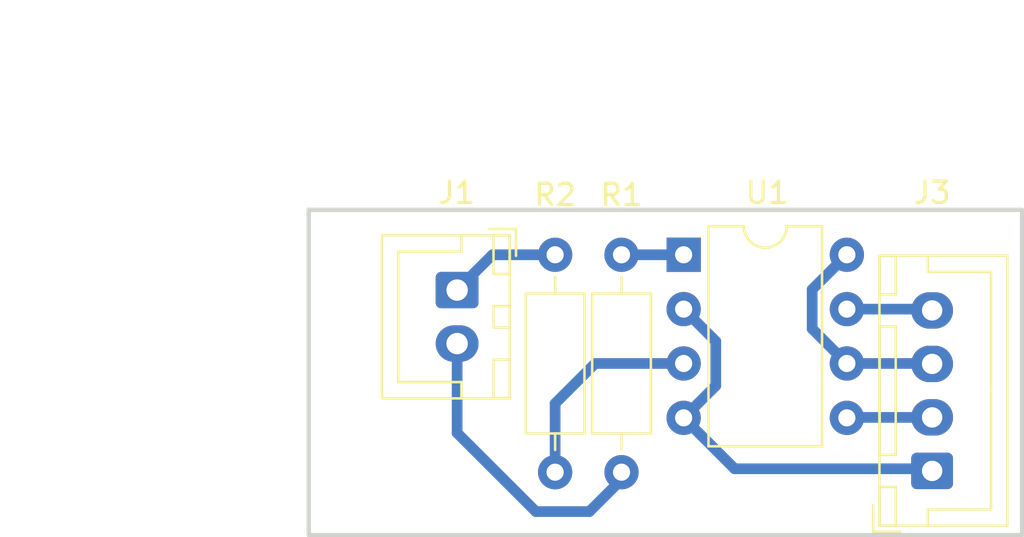
<source format=kicad_pcb>
(kicad_pcb (version 20221018) (generator pcbnew)
  (layers (0 "F.Cu" signal) (31 "B.Cu" signal) (34 "B.Paste" user) (35 "F.Paste" user) (36 "B.SilkS" user "B.Silkscreen") (37 "F.SilkS" user "F.Silkscreen") (38 "B.Mask" user) (39 "F.Mask" user) (44 "Edge.Cuts" user))
  (net 0 "")
  (net 1 "X-SHUT 2")
  (net 2 "X-SHUT 1")
  (net 3 "SDA")
  (net 4 "TF-LUNA 2")
  (net 5 "TF-LUNA 1")
  (net 6 "Net-(R1-Pad2)")
  (net 7 "Net-(R2-Pad2)")
  (net 8 "GND")
  (footprint "Resistor_THT:R_Axial_DIN0207_L6.3mm_D2.5mm_P10.16mm_Horizontal" (layer "F.Cu") (at 75 58.46 90)
    (fp_text reference "R1" (at 12.96 0 180) (layer "F.SilkS"))
    (fp_text value "210R")
    (fp_line (start 1.04 0) (end 1.81 0) (stroke (width 0.12)) (layer "F.SilkS"))
    (fp_line (start 1.81 -1.37) (end 1.81 1.37) (stroke (width 0.12)) (layer "F.SilkS"))
    (fp_line (start 1.81 1.37) (end 8.35 1.37) (stroke (width 0.12)) (layer "F.SilkS"))
    (fp_line (start 8.35 -1.37) (end 1.81 -1.37) (stroke (width 0.12)) (layer "F.SilkS"))
    (fp_line (start 8.35 1.37) (end 8.35 -1.37) (stroke (width 0.12)) (layer "F.SilkS"))
    (fp_line (start 9.12 0) (end 8.35 0) (stroke (width 0.12)) (layer "F.SilkS"))
    (pad "1" thru_hole circle (at 0 0 90) (size 1.6 1.6) (drill 0.8) (layers "*.Cu" "*.Mask") (net 2 "X-SHUT 1"))
    (pad "2" thru_hole oval (at 10.16 0 90) (size 1.6 1.6) (drill 0.8) (layers "*.Cu" "*.Mask") (net 6 "Net-(R1-Pad2)"))
  )
  (footprint "Resistor_THT:R_Axial_DIN0207_L6.3mm_D2.5mm_P10.16mm_Horizontal" (layer "F.Cu") (at 71.9 48.3 -90)
    (fp_text reference "R2" (at -2.8 0 -180) (layer "F.SilkS"))
    (fp_text value "210R")
    (fp_line (start 1.04 0) (end 1.81 0) (stroke (width 0.12)) (layer "F.SilkS"))
    (fp_line (start 1.81 -1.37) (end 1.81 1.37) (stroke (width 0.12)) (layer "F.SilkS"))
    (fp_line (start 1.81 1.37) (end 8.35 1.37) (stroke (width 0.12)) (layer "F.SilkS"))
    (fp_line (start 8.35 -1.37) (end 1.81 -1.37) (stroke (width 0.12)) (layer "F.SilkS"))
    (fp_line (start 8.35 1.37) (end 8.35 -1.37) (stroke (width 0.12)) (layer "F.SilkS"))
    (fp_line (start 9.12 0) (end 8.35 0) (stroke (width 0.12)) (layer "F.SilkS"))
    (pad "1" thru_hole circle (at 0 0 270) (size 1.6 1.6) (drill 0.8) (layers "*.Cu" "*.Mask") (net 1 "X-SHUT 2"))
    (pad "2" thru_hole oval (at 10.16 0 270) (size 1.6 1.6) (drill 0.8) (layers "*.Cu" "*.Mask") (net 7 "Net-(R2-Pad2)"))
  )
  (footprint "Connector_JST:JST_XH_B2B-XH-A_1x02_P2.50mm_Vertical" (layer "F.Cu") (at 67.325 49.95 -90)
    (fp_text reference "J1" (at -4.55 0.025 -180) (layer "F.SilkS"))
    (fp_text value "Conn_01x02_Pin" hide)
    (fp_line (start -2.85 -2.75) (end -2.85 -1.5) (stroke (width 0.12)) (layer "F.SilkS"))
    (fp_line (start -2.56 -2.46) (end -2.56 3.51) (stroke (width 0.12)) (layer "F.SilkS"))
    (fp_line (start -2.56 3.51) (end 5.06 3.51) (stroke (width 0.12)) (layer "F.SilkS"))
    (fp_line (start -2.55 -2.45) (end -2.55 -1.7) (stroke (width 0.12)) (layer "F.SilkS"))
    (fp_line (start -2.55 -1.7) (end -0.75 -1.7) (stroke (width 0.12)) (layer "F.SilkS"))
    (fp_line (start -2.55 -0.2) (end -1.8 -0.2) (stroke (width 0.12)) (layer "F.SilkS"))
    (fp_line (start -1.8 -0.2) (end -1.8 2.75) (stroke (width 0.12)) (layer "F.SilkS"))
    (fp_line (start -1.8 2.75) (end 1.25 2.75) (stroke (width 0.12)) (layer "F.SilkS"))
    (fp_line (start -1.6 -2.75) (end -2.85 -2.75) (stroke (width 0.12)) (layer "F.SilkS"))
    (fp_line (start -0.75 -2.45) (end -2.55 -2.45) (stroke (width 0.12)) (layer "F.SilkS"))
    (fp_line (start -0.75 -1.7) (end -0.75 -2.45) (stroke (width 0.12)) (layer "F.SilkS"))
    (fp_line (start 0.75 -2.45) (end 0.75 -1.7) (stroke (width 0.12)) (layer "F.SilkS"))
    (fp_line (start 0.75 -1.7) (end 1.75 -1.7) (stroke (width 0.12)) (layer "F.SilkS"))
    (fp_line (start 1.75 -2.45) (end 0.75 -2.45) (stroke (width 0.12)) (layer "F.SilkS"))
    (fp_line (start 1.75 -1.7) (end 1.75 -2.45) (stroke (width 0.12)) (layer "F.SilkS"))
    (fp_line (start 3.25 -2.45) (end 3.25 -1.7) (stroke (width 0.12)) (layer "F.SilkS"))
    (fp_line (start 3.25 -1.7) (end 5.05 -1.7) (stroke (width 0.12)) (layer "F.SilkS"))
    (fp_line (start 4.3 -0.2) (end 4.3 2.75) (stroke (width 0.12)) (layer "F.SilkS"))
    (fp_line (start 4.3 2.75) (end 1.25 2.75) (stroke (width 0.12)) (layer "F.SilkS"))
    (fp_line (start 5.05 -2.45) (end 3.25 -2.45) (stroke (width 0.12)) (layer "F.SilkS"))
    (fp_line (start 5.05 -1.7) (end 5.05 -2.45) (stroke (width 0.12)) (layer "F.SilkS"))
    (fp_line (start 5.05 -0.2) (end 4.3 -0.2) (stroke (width 0.12)) (layer "F.SilkS"))
    (fp_line (start 5.06 -2.46) (end -2.56 -2.46) (stroke (width 0.12)) (layer "F.SilkS"))
    (fp_line (start 5.06 3.51) (end 5.06 -2.46) (stroke (width 0.12)) (layer "F.SilkS"))
    (pad "1" thru_hole roundrect (at 0 0 270) (size 1.7 2) (drill 1) (layers "*.Cu" "*.Mask") (roundrect_rratio 0.1470588235) (net 1 "X-SHUT 2"))
    (pad "2" thru_hole oval (at 2.5 0 270) (size 1.7 2) (drill 1) (layers "*.Cu" "*.Mask") (net 2 "X-SHUT 1"))
  )
  (footprint "Connector_JST:JST_XH_B4B-XH-A_1x04_P2.50mm_Vertical" (layer "F.Cu") (at 89.5 58.4 90)
    (fp_text reference "J3" (at 13 0 180) (layer "F.SilkS"))
    (fp_text value "Conn_01x04_Pin" hide)
    (fp_line (start -2.85 -2.75) (end -2.85 -1.5) (stroke (width 0.12)) (layer "F.SilkS"))
    (fp_line (start -2.56 -2.46) (end -2.56 3.51) (stroke (width 0.12)) (layer "F.SilkS"))
    (fp_line (start -2.56 3.51) (end 10.06 3.51) (stroke (width 0.12)) (layer "F.SilkS"))
    (fp_line (start -2.55 -2.45) (end -2.55 -1.7) (stroke (width 0.12)) (layer "F.SilkS"))
    (fp_line (start -2.55 -1.7) (end -0.75 -1.7) (stroke (width 0.12)) (layer "F.SilkS"))
    (fp_line (start -2.55 -0.2) (end -1.8 -0.2) (stroke (width 0.12)) (layer "F.SilkS"))
    (fp_line (start -1.8 -0.2) (end -1.8 2.75) (stroke (width 0.12)) (layer "F.SilkS"))
    (fp_line (start -1.8 2.75) (end 3.75 2.75) (stroke (width 0.12)) (layer "F.SilkS"))
    (fp_line (start -1.6 -2.75) (end -2.85 -2.75) (stroke (width 0.12)) (layer "F.SilkS"))
    (fp_line (start -0.75 -2.45) (end -2.55 -2.45) (stroke (width 0.12)) (layer "F.SilkS"))
    (fp_line (start -0.75 -1.7) (end -0.75 -2.45) (stroke (width 0.12)) (layer "F.SilkS"))
    (fp_line (start 0.75 -2.45) (end 0.75 -1.7) (stroke (width 0.12)) (layer "F.SilkS"))
    (fp_line (start 0.75 -1.7) (end 6.75 -1.7) (stroke (width 0.12)) (layer "F.SilkS"))
    (fp_line (start 6.75 -2.45) (end 0.75 -2.45) (stroke (width 0.12)) (layer "F.SilkS"))
    (fp_line (start 6.75 -1.7) (end 6.75 -2.45) (stroke (width 0.12)) (layer "F.SilkS"))
    (fp_line (start 8.25 -2.45) (end 8.25 -1.7) (stroke (width 0.12)) (layer "F.SilkS"))
    (fp_line (start 8.25 -1.7) (end 10.05 -1.7) (stroke (width 0.12)) (layer "F.SilkS"))
    (fp_line (start 9.3 -0.2) (end 9.3 2.75) (stroke (width 0.12)) (layer "F.SilkS"))
    (fp_line (start 9.3 2.75) (end 3.75 2.75) (stroke (width 0.12)) (layer "F.SilkS"))
    (fp_line (start 10.05 -2.45) (end 8.25 -2.45) (stroke (width 0.12)) (layer "F.SilkS"))
    (fp_line (start 10.05 -1.7) (end 10.05 -2.45) (stroke (width 0.12)) (layer "F.SilkS"))
    (fp_line (start 10.05 -0.2) (end 9.3 -0.2) (stroke (width 0.12)) (layer "F.SilkS"))
    (fp_line (start 10.06 -2.46) (end -2.56 -2.46) (stroke (width 0.12)) (layer "F.SilkS"))
    (fp_line (start 10.06 3.51) (end 10.06 -2.46) (stroke (width 0.12)) (layer "F.SilkS"))
    (pad "1" thru_hole roundrect (at 0 0 90) (size 1.7 1.95) (drill 0.95) (layers "*.Cu" "*.Mask") (roundrect_rratio 0.1470588235) (net 8 "GND"))
    (pad "2" thru_hole oval (at 2.5 0 90) (size 1.7 1.95) (drill 0.95) (layers "*.Cu" "*.Mask") (net 4 "TF-LUNA 2"))
    (pad "3" thru_hole oval (at 5 0 90) (size 1.7 1.95) (drill 0.95) (layers "*.Cu" "*.Mask") (net 3 "SDA"))
    (pad "4" thru_hole oval (at 7.5 0 90) (size 1.7 1.95) (drill 0.95) (layers "*.Cu" "*.Mask") (net 5 "TF-LUNA 1"))
  )
  (footprint "Package_DIP:DIP-8_W7.62mm" (layer "F.Cu") (at 77.9 48.3)
    (fp_text reference "U1" (at 3.9 -2.9) (layer "F.SilkS"))
    (fp_text value "LTV-827")
    (fp_line (start 1.16 -1.33) (end 1.16 8.95) (stroke (width 0.12)) (layer "F.SilkS"))
    (fp_line (start 1.16 8.95) (end 6.46 8.95) (stroke (width 0.12)) (layer "F.SilkS"))
    (fp_line (start 2.81 -1.33) (end 1.16 -1.33) (stroke (width 0.12)) (layer "F.SilkS"))
    (fp_line (start 6.46 -1.33) (end 4.81 -1.33) (stroke (width 0.12)) (layer "F.SilkS"))
    (fp_line (start 6.46 8.95) (end 6.46 -1.33) (stroke (width 0.12)) (layer "F.SilkS"))
    (fp_arc (start 4.81 -1.33) (mid 3.81 -0.33) (end 2.81 -1.33) (stroke (width 0.12)) (layer "F.SilkS"))
    (pad "1" thru_hole rect (at 0 0) (size 1.6 1.6) (drill 0.8) (layers "*.Cu" "*.Mask") (net 6 "Net-(R1-Pad2)"))
    (pad "2" thru_hole oval (at 0 2.54) (size 1.6 1.6) (drill 0.8) (layers "*.Cu" "*.Mask") (net 8 "GND"))
    (pad "3" thru_hole oval (at 0 5.08) (size 1.6 1.6) (drill 0.8) (layers "*.Cu" "*.Mask") (net 7 "Net-(R2-Pad2)"))
    (pad "4" thru_hole oval (at 0 7.62) (size 1.6 1.6) (drill 0.8) (layers "*.Cu" "*.Mask") (net 8 "GND"))
    (pad "5" thru_hole oval (at 7.62 7.62) (size 1.6 1.6) (drill 0.8) (layers "*.Cu" "*.Mask") (net 4 "TF-LUNA 2"))
    (pad "6" thru_hole oval (at 7.62 5.08) (size 1.6 1.6) (drill 0.8) (layers "*.Cu" "*.Mask") (net 3 "SDA"))
    (pad "7" thru_hole oval (at 7.62 2.54) (size 1.6 1.6) (drill 0.8) (layers "*.Cu" "*.Mask") (net 5 "TF-LUNA 1"))
    (pad "8" thru_hole oval (at 7.62 0) (size 1.6 1.6) (drill 0.8) (layers "*.Cu" "*.Mask") (net 3 "SDA"))
  )
  (gr_rect (start 60.4 46.2) (end 93.7 61.4) (stroke (width 0.2)) (fill none) (layer "Edge.Cuts"))
  (segment (start 71.84 48.3) (end 68.975 48.3) (width 0.5) (layer "B.Cu") (net 1))
  (segment (start 68.975 48.3) (end 67.325 49.95) (width 0.5) (layer "B.Cu") (net 1))
  (segment (start 73.5 60.3) (end 71 60.3) (width 0.5) (layer "B.Cu") (net 2))
  (segment (start 71 60.3) (end 67.325 56.625) (width 0.5) (layer "B.Cu") (net 2))
  (segment (start 75 58.46) (end 75 58.8) (width 0.5) (layer "B.Cu") (net 2))
  (segment (start 67.325 56.625) (end 67.325 52.45) (width 0.5) (layer "B.Cu") (net 2))
  (segment (start 75 58.8) (end 73.5 60.3) (width 0.5) (layer "B.Cu") (net 2))
  (segment (start 83.9 49.92) (end 85.52 48.3) (width 0.5) (layer "B.Cu") (net 3))
  (segment (start 85.52 53.38) (end 83.9 51.76) (width 0.5) (layer "B.Cu") (net 3))
  (segment (start 85.52 53.38) (end 89.38 53.38) (width 0.5) (layer "B.Cu") (net 3))
  (segment (start 83.9 51.76) (end 83.9 49.92) (width 0.5) (layer "B.Cu") (net 3))
  (segment (start 89.38 53.38) (end 89.4 53.4) (width 0.5) (layer "B.Cu") (net 3))
  (segment (start 85.54 55.9) (end 85.52 55.92) (width 0.5) (layer "B.Cu") (net 4))
  (segment (start 89.48 55.92) (end 89.5 55.9) (width 0.5) (layer "B.Cu") (net 4))
  (segment (start 89.38 55.92) (end 89.48 55.92) (width 0.5) (layer "B.Cu") (net 4))
  (segment (start 89.46 55.9) (end 85.54 55.9) (width 0.5) (layer "B.Cu") (net 4))
  (segment (start 89.48 55.92) (end 89.46 55.9) (width 0.5) (layer "B.Cu") (net 4))
  (segment (start 89.44 50.84) (end 89.5 50.9) (width 0.5) (layer "B.Cu") (net 5))
  (segment (start 85.52 50.84) (end 89.44 50.84) (width 0.5) (layer "B.Cu") (net 5))
  (segment (start 89.5 50.9) (end 89.5 50.8) (width 0.5) (layer "B.Cu") (net 5))
  (segment (start 75 48.3) (end 77.9 48.3) (width 0.5) (layer "B.Cu") (net 6))
  (segment (start 71.9 58.4) (end 71.9 55.249009) (width 0.5) (layer "B.Cu") (net 7))
  (segment (start 77.78 53.5) (end 77.9 53.38) (width 0.5) (layer "B.Cu") (net 7))
  (segment (start 73.769009 53.38) (end 77.9 53.38) (width 0.5) (layer "B.Cu") (net 7))
  (segment (start 71.9 55.249009) (end 73.769009 53.38) (width 0.5) (layer "B.Cu") (net 7))
  (segment (start 77.9 50.84) (end 79.4 52.34) (width 0.5) (layer "B.Cu") (net 8))
  (segment (start 79.4 54.42) (end 77.9 55.92) (width 0.5) (layer "B.Cu") (net 8))
  (segment (start 79.4 52.34) (end 79.4 54.42) (width 0.5) (layer "B.Cu") (net 8))
  (segment (start 80.28 58.3) (end 89.5 58.3) (width 0.5) (layer "B.Cu") (net 8))
  (segment (start 77.9 55.92) (end 80.28 58.3) (width 0.5) (layer "B.Cu") (net 8))
)
</source>
